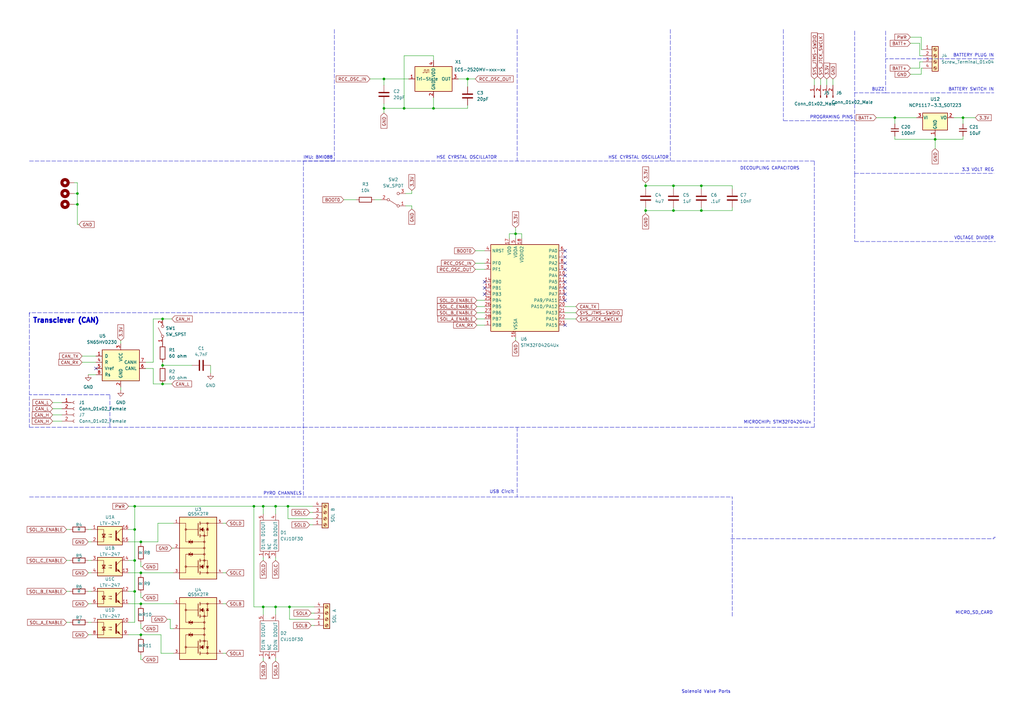
<source format=kicad_sch>
(kicad_sch (version 20211123) (generator eeschema)
  (paper "A3")
  (lib_symbols
    (symbol "CVJ10F30:CVJ10F30"
      (property "Reference" "D" (at 8.89 11.43 0))
      (property "Value" "CVJ10F30" (at 12.7 8.89 0))
      (symbol "CVJ10F30_1_1"
        (pin input line (at 1.27 -2.54 90) (length 2.54) (name "D1IN") (number "1"))
        (pin no_connect line (at 3.81 -2.54 90) (length 2.54) (name "NC") (number "2"))
        (pin input line (at 6.35 -2.54 90) (length 2.54) (name "D2IN") (number "3"))
        (pin output line (at 6.35 15.24 270) (length 2.54) (name "D2OUT") (number "4"))
        (pin output line (at 1.27 15.24 270) (length 2.54) (name "D1OUT") (number "5"))
      )
    )
    (symbol "Connector:Conn_01x02_Female" (pin_names (offset 1.016) hide)
      (property "Reference" "J" (at 0 2.54 0))
      (property "Value" "Conn_01x02_Female" (at 0 -5.08 0))
      (symbol "Conn_01x02_Female_1_1"
        (pin passive line (at -5.08 0 0) (length 3.81) (name "Pin_1") (number "1"))
        (pin passive line (at -5.08 -2.54 0) (length 3.81) (name "Pin_2") (number "2"))
      )
    )
    (symbol "Connector:Conn_01x02_Male" (pin_names (offset 1.016) hide)
      (property "Reference" "J" (at 0 2.54 0))
      (property "Value" "Conn_01x02_Male" (at 0 -5.08 0))
      (symbol "Conn_01x02_Male_1_1"
        (pin passive line (at 5.08 0 180) (length 3.81) (name "Pin_1") (number "1"))
        (pin passive line (at 5.08 -2.54 180) (length 3.81) (name "Pin_2") (number "2"))
      )
    )
    (symbol "Connector:Screw_Terminal_01x04" (pin_names (offset 1.016) hide)
      (property "Reference" "J" (at 0 5.08 0))
      (property "Value" "Screw_Terminal_01x04" (at 0 -7.62 0))
      (symbol "Screw_Terminal_01x04_1_1"
        (pin passive line (at -5.08 2.54 0) (length 3.81) (name "Pin_1") (number "1"))
        (pin passive line (at -5.08 0 0) (length 3.81) (name "Pin_2") (number "2"))
        (pin passive line (at -5.08 -2.54 0) (length 3.81) (name "Pin_3") (number "3"))
        (pin passive line (at -5.08 -5.08 0) (length 3.81) (name "Pin_4") (number "4"))
      )
    )
    (symbol "Device:C" (pin_numbers hide) (pin_names (offset 0.254))
      (property "Reference" "C" (at 0.635 2.54 0))
      (property "Value" "C" (at 0.635 -2.54 0))
      (symbol "C_1_1"
        (pin passive line (at 0 3.81 270) (length 2.794) (name "~") (number "1"))
        (pin passive line (at 0 -3.81 90) (length 2.794) (name "~") (number "2"))
      )
    )
    (symbol "Device:C_Small" (pin_numbers hide) (pin_names (offset 0.254) hide)
      (property "Reference" "C" (at 0.254 1.778 0))
      (property "Value" "C_Small" (at 0.254 -2.032 0))
      (symbol "C_Small_1_1"
        (pin passive line (at 0 2.54 270) (length 2.032) (name "~") (number "1"))
        (pin passive line (at 0 -2.54 90) (length 2.032) (name "~") (number "2"))
      )
    )
    (symbol "Device:R" (pin_numbers hide) (pin_names (offset 0))
      (property "Reference" "R" (at 2.032 0 90))
      (property "Value" "R" (at 0 0 90))
      (symbol "R_1_1"
        (pin passive line (at 0 3.81 270) (length 1.27) (name "~") (number "1"))
        (pin passive line (at 0 -3.81 90) (length 1.27) (name "~") (number "2"))
      )
    )
    (symbol "Interface_CAN_LIN:SN65HVD230" (pin_names (offset 1.016))
      (property "Reference" "U" (at -2.54 10.16 0))
      (property "Value" "SN65HVD230" (at -2.54 7.62 0))
      (symbol "SN65HVD230_1_1"
        (pin input line (at -10.16 2.54 0) (length 2.54) (name "D") (number "1"))
        (pin power_in line (at 0 -10.16 90) (length 2.54) (name "GND") (number "2"))
        (pin power_in line (at 0 7.62 270) (length 2.54) (name "VCC") (number "3"))
        (pin output line (at -10.16 0 0) (length 2.54) (name "R") (number "4"))
        (pin output line (at -10.16 -2.54 0) (length 2.54) (name "Vref") (number "5"))
        (pin bidirectional line (at 10.16 -2.54 180) (length 2.54) (name "CANL") (number "6"))
        (pin bidirectional line (at 10.16 0 180) (length 2.54) (name "CANH") (number "7"))
        (pin input line (at -10.16 -5.08 0) (length 2.54) (name "Rs") (number "8"))
      )
    )
    (symbol "Isolator:LTV-247"
      (property "Reference" "U" (at -5.08 5.08 0))
      (property "Value" "LTV-247" (at 0 5.08 0))
      (symbol "LTV-247_1_1"
        (pin passive line (at -7.62 2.54 0) (length 2.54) (name "~") (number "1"))
        (pin passive line (at 7.62 -2.54 180) (length 2.54) (name "~") (number "15"))
        (pin passive line (at 7.62 2.54 180) (length 2.54) (name "~") (number "16"))
        (pin passive line (at -7.62 -2.54 0) (length 2.54) (name "~") (number "2"))
      )
      (symbol "LTV-247_2_1"
        (pin passive line (at 7.62 -2.54 180) (length 2.54) (name "~") (number "13"))
        (pin passive line (at 7.62 2.54 180) (length 2.54) (name "~") (number "14"))
        (pin passive line (at -7.62 2.54 0) (length 2.54) (name "~") (number "3"))
        (pin passive line (at -7.62 -2.54 0) (length 2.54) (name "~") (number "4"))
      )
      (symbol "LTV-247_3_1"
        (pin passive line (at 7.62 -2.54 180) (length 2.54) (name "~") (number "11"))
        (pin passive line (at 7.62 2.54 180) (length 2.54) (name "~") (number "12"))
        (pin passive line (at -7.62 2.54 0) (length 2.54) (name "~") (number "5"))
        (pin passive line (at -7.62 -2.54 0) (length 2.54) (name "~") (number "6"))
      )
      (symbol "LTV-247_4_1"
        (pin passive line (at 7.62 2.54 180) (length 2.54) (name "~") (number "10"))
        (pin passive line (at -7.62 2.54 0) (length 2.54) (name "~") (number "7"))
        (pin passive line (at -7.62 -2.54 0) (length 2.54) (name "~") (number "8"))
        (pin passive line (at 7.62 -2.54 180) (length 2.54) (name "~") (number "9"))
      )
    )
    (symbol "MCU_ST_STM32F0:STM32F042G4Ux"
      (property "Reference" "U" (at -15.24 19.05 0))
      (property "Value" "STM32F042G4Ux" (at 0 19.05 0))
      (symbol "STM32F042G4Ux_1_1"
        (pin bidirectional line (at -17.78 -15.24 0) (length 2.54) (name "PB8") (number "1"))
        (pin bidirectional line (at 15.24 5.08 180) (length 2.54) (name "PA4") (number "10"))
        (pin bidirectional line (at 15.24 2.54 180) (length 2.54) (name "PA5") (number "11"))
        (pin bidirectional line (at 15.24 0 180) (length 2.54) (name "PA6") (number "12"))
        (pin bidirectional line (at 15.24 -2.54 180) (length 2.54) (name "PA7") (number "13"))
        (pin bidirectional line (at -17.78 2.54 0) (length 2.54) (name "PB0") (number "14"))
        (pin bidirectional line (at -17.78 0 0) (length 2.54) (name "PB1") (number "15"))
        (pin power_in line (at -5.08 -20.32 90) (length 2.54) (name "VSSA") (number "16"))
        (pin power_in line (at -7.62 20.32 270) (length 2.54) (name "VDD") (number "17"))
        (pin power_in line (at -2.54 20.32 270) (length 2.54) (name "VDDIO2") (number "18"))
        (pin bidirectional line (at 15.24 -5.08 180) (length 2.54) (name "PA9/PA11") (number "19"))
        (pin input line (at -17.78 10.16 0) (length 2.54) (name "PF0") (number "2"))
        (pin bidirectional line (at 15.24 -7.62 180) (length 2.54) (name "PA10/PA12") (number "20"))
        (pin bidirectional line (at 15.24 -10.16 180) (length 2.54) (name "PA13") (number "21"))
        (pin bidirectional line (at 15.24 -12.7 180) (length 2.54) (name "PA14") (number "22"))
        (pin bidirectional line (at 15.24 -15.24 180) (length 2.54) (name "PA15") (number "23"))
        (pin bidirectional line (at -17.78 -2.54 0) (length 2.54) (name "PB3") (number "24"))
        (pin bidirectional line (at -17.78 -5.08 0) (length 2.54) (name "PB4") (number "25"))
        (pin bidirectional line (at -17.78 -7.62 0) (length 2.54) (name "PB5") (number "26"))
        (pin bidirectional line (at -17.78 -10.16 0) (length 2.54) (name "PB6") (number "27"))
        (pin bidirectional line (at -17.78 -12.7 0) (length 2.54) (name "PB7") (number "28"))
        (pin input line (at -17.78 7.62 0) (length 2.54) (name "PF1") (number "3"))
        (pin input line (at -17.78 15.24 0) (length 2.54) (name "NRST") (number "4"))
        (pin power_in line (at -5.08 20.32 270) (length 2.54) (name "VDDA") (number "5"))
        (pin bidirectional line (at 15.24 15.24 180) (length 2.54) (name "PA0") (number "6"))
        (pin bidirectional line (at 15.24 12.7 180) (length 2.54) (name "PA1") (number "7"))
        (pin bidirectional line (at 15.24 10.16 180) (length 2.54) (name "PA2") (number "8"))
        (pin bidirectional line (at 15.24 7.62 180) (length 2.54) (name "PA3") (number "9"))
      )
    )
    (symbol "Mechanical:MountingHole_Pad" (pin_numbers hide) (pin_names (offset 1.016) hide)
      (property "Reference" "H" (at 0 6.35 0))
      (property "Value" "MountingHole_Pad" (at 0 4.445 0))
      (symbol "MountingHole_Pad_1_1"
        (pin input line (at 0 -2.54 90) (length 2.54) (name "1") (number "1"))
      )
    )
    (symbol "Oscillator:ECS-2520MV-xxx-xx"
      (property "Reference" "X" (at -5.08 6.35 0))
      (property "Value" "ECS-2520MV-xxx-xx" (at 1.27 -6.35 0))
      (symbol "ECS-2520MV-xxx-xx_1_1"
        (pin input line (at -10.16 0 0) (length 2.54) (name "Tri-State") (number "1"))
        (pin power_in line (at 0 -7.62 90) (length 2.54) (name "GND") (number "2"))
        (pin output line (at 10.16 0 180) (length 2.54) (name "OUT") (number "3"))
        (pin power_in line (at 0 7.62 270) (length 2.54) (name "VDD") (number "4"))
      )
    )
    (symbol "QS5K2TR:QS5K2TR" (pin_names (offset 1.016))
      (property "Reference" "U" (at -7.6352 13.7433 0))
      (property "Value" "QS5K2TR" (at -7.6299 -15.2598 0))
      (symbol "QS5K2TR_0_0"
        (pin passive line (at -10.16 10.16 0) (length 2.54) (name "~") (number "1"))
        (pin passive line (at -10.16 0 0) (length 2.54) (name "~") (number "2"))
        (pin passive line (at -10.16 -10.16 0) (length 2.54) (name "~") (number "3"))
        (pin passive line (at 10.16 -10.16 180) (length 2.54) (name "~") (number "4"))
        (pin passive line (at 10.16 10.16 180) (length 2.54) (name "~") (number "5"))
      )
    )
    (symbol "Regulator_Linear:NCP1117-3.3_SOT223" (pin_names (offset 0.254))
      (property "Reference" "U" (at -3.81 3.175 0))
      (property "Value" "NCP1117-3.3_SOT223" (at 0 3.175 0))
      (symbol "NCP1117-3.3_SOT223_1_1"
        (pin power_in line (at 0 -7.62 90) (length 2.54) (name "GND") (number "1"))
        (pin power_out line (at 7.62 0 180) (length 2.54) (name "VO") (number "2"))
        (pin power_in line (at -7.62 0 0) (length 2.54) (name "VI") (number "3"))
      )
    )
    (symbol "Switch:SW_SPDT" (pin_names (offset 0) hide)
      (property "Reference" "SW" (at 0 4.318 0))
      (property "Value" "SW_SPDT" (at 0 -5.08 0))
      (symbol "SW_SPDT_1_1"
        (pin passive line (at 5.08 2.54 180) (length 2.54) (name "A") (number "1"))
        (pin passive line (at -5.08 0 0) (length 2.54) (name "B") (number "2"))
        (pin passive line (at 5.08 -2.54 180) (length 2.54) (name "C") (number "3"))
      )
    )
    (symbol "Switch:SW_SPST" (pin_names (offset 0) hide)
      (property "Reference" "SW" (at 0 3.175 0))
      (property "Value" "SW_SPST" (at 0 -2.54 0))
      (symbol "SW_SPST_1_1"
        (pin passive line (at -5.08 0 0) (length 2.54) (name "A") (number "1"))
        (pin passive line (at 5.08 0 180) (length 2.54) (name "B") (number "2"))
      )
    )
    (symbol "power:GND" (power) (pin_names (offset 0))
      (property "Value" "GND" (at 0 -3.81 0))
      (symbol "GND_1_1"
        (pin power_in line (at 0 0 270) (length 0) hide (name "GND") (number "1"))
      )
    )
  )
  (junction (at 394.97 48.26))
  (junction (at 191.77 32.385))
  (junction (at 31.75 83.82))
  (junction (at 104.14 207.645))
  (junction (at 55.245 217.17))
  (junction (at 107.95 207.645))
  (junction (at 66.675 157.48))
  (junction (at 55.245 242.57))
  (junction (at 157.48 32.385))
  (junction (at 118.745 248.92))
  (junction (at 57.785 222.25))
  (junction (at 57.785 247.65))
  (junction (at 276.225 76.2))
  (junction (at 57.785 260.35))
  (junction (at 287.655 76.2))
  (junction (at 165.735 44.45))
  (junction (at 66.675 149.86))
  (junction (at 177.8 44.45))
  (junction (at 276.225 86.36))
  (junction (at 287.655 86.36))
  (junction (at 107.95 248.92))
  (junction (at 57.785 234.95))
  (junction (at 55.245 229.87))
  (junction (at 113.03 248.92))
  (junction (at 383.54 57.15))
  (junction (at 264.795 86.36))
  (junction (at 31.75 79.375))
  (junction (at 367.03 48.26))
  (junction (at 55.245 207.645))
  (junction (at 118.11 207.645))
  (junction (at 66.675 130.81))
  (junction (at 157.48 44.45))
  (junction (at 211.455 95.885))
  (junction (at 264.795 76.2))
  (junction (at 113.03 207.645))
  (no_connect (at 231.775 120.65))
  (no_connect (at 198.755 115.57))
  (no_connect (at 231.775 118.11))
  (no_connect (at 231.775 113.03))
  (no_connect (at 231.775 115.57))
  (no_connect (at 198.755 118.11))
  (no_connect (at 231.775 123.19))
  (no_connect (at 231.775 133.35))
  (no_connect (at 231.775 102.87))
  (no_connect (at 231.775 110.49))
  (no_connect (at 198.755 120.65))
  (no_connect (at 39.37 151.13))
  (no_connect (at 231.775 105.41))
  (no_connect (at 231.775 107.95))
  (wire (pts (xy 62.865 130.81) (xy 62.865 148.59)))
  (wire (pts (xy 36.195 247.65) (xy 37.465 247.65)))
  (wire (pts (xy 31.75 83.82) (xy 31.75 92.075)))
  (wire (pts (xy 287.655 76.2) (xy 287.655 77.47)))
  (wire (pts (xy 113.03 229.87) (xy 113.03 228.6)))
  (wire (pts (xy 208.915 95.885) (xy 208.915 97.79)))
  (wire (pts (xy 52.705 247.65) (xy 57.785 247.65)))
  (wire (pts (xy 276.225 76.2) (xy 276.225 77.47)))
  (wire (pts (xy 33.655 146.05) (xy 39.37 146.05)))
  (wire (pts (xy 118.11 212.725) (xy 118.11 207.645)))
  (wire (pts (xy 359.41 48.26) (xy 367.03 48.26)))
  (wire (pts (xy 377.825 27.94) (xy 378.46 27.94)))
  (wire (pts (xy 36.195 234.95) (xy 37.465 234.95)))
  (polyline (pts (xy 124.46 175.26) (xy 334.01 175.26)))
  (wire (pts (xy 336.55 32.385) (xy 336.55 34.925)))
  (wire (pts (xy 107.95 229.87) (xy 107.95 228.6)))
  (wire (pts (xy 157.48 44.45) (xy 165.735 44.45)))
  (wire (pts (xy 118.11 207.645) (xy 128.27 207.645)))
  (wire (pts (xy 52.705 260.35) (xy 57.785 260.35)))
  (wire (pts (xy 231.775 125.73) (xy 236.22 125.73)))
  (polyline (pts (xy 212.09 175.26) (xy 212.09 203.835)))
  (wire (pts (xy 31.75 79.375) (xy 31.75 83.82)))
  (polyline (pts (xy 407.67 24.13) (xy 363.22 24.13)))
  (wire (pts (xy 194.945 107.95) (xy 198.755 107.95)))
  (wire (pts (xy 57.785 268.605) (xy 57.785 270.51)))
  (wire (pts (xy 55.245 229.87) (xy 55.245 217.17)))
  (wire (pts (xy 107.95 207.645) (xy 113.03 207.645)))
  (wire (pts (xy 231.775 130.81) (xy 236.22 130.81)))
  (wire (pts (xy 367.03 57.15) (xy 383.54 57.15)))
  (wire (pts (xy 57.785 257.81) (xy 58.42 257.81)))
  (polyline (pts (xy 12.065 128.27) (xy 12.065 175.26)))
  (wire (pts (xy 21.59 172.72) (xy 25.4 172.72)))
  (wire (pts (xy 107.95 248.92) (xy 113.03 248.92)))
  (wire (pts (xy 27.305 255.27) (xy 28.575 255.27)))
  (wire (pts (xy 36.195 153.67) (xy 39.37 153.67)))
  (wire (pts (xy 30.48 74.93) (xy 31.75 74.93)))
  (wire (pts (xy 373.38 15.24) (xy 377.825 15.24)))
  (polyline (pts (xy 12.065 203.835) (xy 300.355 203.835)))
  (wire (pts (xy 59.69 148.59) (xy 62.865 148.59)))
  (wire (pts (xy 104.14 248.92) (xy 107.95 248.92)))
  (wire (pts (xy 300.355 85.09) (xy 300.355 86.36)))
  (wire (pts (xy 62.865 151.13) (xy 62.865 157.48)))
  (wire (pts (xy 107.95 210.82) (xy 107.95 207.645)))
  (wire (pts (xy 57.785 247.65) (xy 71.12 247.65)))
  (polyline (pts (xy 12.065 175.26) (xy 124.46 175.26)))
  (wire (pts (xy 373.38 27.94) (xy 377.19 27.94)))
  (wire (pts (xy 36.195 217.17) (xy 37.465 217.17)))
  (polyline (pts (xy 299.72 220.98) (xy 407.67 220.98)))
  (wire (pts (xy 373.38 30.48) (xy 377.825 30.48)))
  (wire (pts (xy 30.48 83.82) (xy 31.75 83.82)))
  (wire (pts (xy 191.77 43.18) (xy 191.77 44.45)))
  (wire (pts (xy 165.735 22.86) (xy 165.735 44.45)))
  (wire (pts (xy 168.91 84.455) (xy 168.91 85.725)))
  (wire (pts (xy 118.745 254) (xy 128.905 254)))
  (polyline (pts (xy 124.46 66.04) (xy 124.46 175.26)))
  (wire (pts (xy 86.36 153.035) (xy 86.36 149.86)))
  (wire (pts (xy 55.245 207.645) (xy 55.245 217.17)))
  (polyline (pts (xy 350.52 38.1) (xy 350.52 71.12)))
  (wire (pts (xy 195.58 123.19) (xy 198.755 123.19)))
  (wire (pts (xy 55.245 207.645) (xy 104.14 207.645)))
  (wire (pts (xy 377.19 17.78) (xy 377.19 22.86)))
  (polyline (pts (xy 321.31 12.065) (xy 321.31 49.53)))
  (polyline (pts (xy 363.22 38.1) (xy 407.67 38.1)))
  (wire (pts (xy 66.675 130.81) (xy 70.485 130.81)))
  (wire (pts (xy 55.245 242.57) (xy 55.245 229.87)))
  (wire (pts (xy 52.705 255.27) (xy 55.245 255.27)))
  (polyline (pts (xy 350.52 99.06) (xy 408.305 99.06)))
  (wire (pts (xy 213.995 97.79) (xy 213.995 95.885)))
  (wire (pts (xy 57.785 247.65) (xy 57.785 248.285)))
  (wire (pts (xy 151.765 32.385) (xy 157.48 32.385)))
  (wire (pts (xy 49.53 139.7) (xy 49.53 140.97)))
  (wire (pts (xy 287.655 85.09) (xy 287.655 86.36)))
  (wire (pts (xy 195.58 133.35) (xy 198.755 133.35)))
  (wire (pts (xy 57.785 234.95) (xy 57.785 235.585)))
  (wire (pts (xy 377.19 25.4) (xy 378.46 25.4)))
  (wire (pts (xy 211.455 93.345) (xy 211.455 95.885)))
  (polyline (pts (xy 350.52 71.12) (xy 407.67 71.12)))
  (wire (pts (xy 231.775 128.27) (xy 236.22 128.27)))
  (wire (pts (xy 57.785 230.505) (xy 57.785 232.41)))
  (wire (pts (xy 52.705 229.87) (xy 55.245 229.87)))
  (wire (pts (xy 177.8 24.765) (xy 177.8 22.86)))
  (wire (pts (xy 69.85 254) (xy 69.85 257.81)))
  (wire (pts (xy 113.03 210.82) (xy 113.03 207.645)))
  (wire (pts (xy 157.48 34.925) (xy 157.48 32.385)))
  (wire (pts (xy 66.04 267.97) (xy 66.04 260.35)))
  (wire (pts (xy 195.58 125.73) (xy 198.755 125.73)))
  (wire (pts (xy 394.97 48.26) (xy 394.97 50.8)))
  (wire (pts (xy 113.03 252.095) (xy 113.03 248.92)))
  (wire (pts (xy 104.14 207.645) (xy 104.14 248.92)))
  (wire (pts (xy 27.305 229.87) (xy 28.575 229.87)))
  (polyline (pts (xy 363.22 38.1) (xy 350.52 38.1)))
  (wire (pts (xy 177.8 44.45) (xy 177.8 40.005)))
  (wire (pts (xy 27.305 242.57) (xy 28.575 242.57)))
  (wire (pts (xy 367.03 48.26) (xy 367.03 50.8)))
  (wire (pts (xy 59.69 151.13) (xy 62.865 151.13)))
  (wire (pts (xy 264.795 86.36) (xy 276.225 86.36)))
  (wire (pts (xy 211.455 139.7) (xy 211.455 138.43)))
  (wire (pts (xy 194.945 102.87) (xy 198.755 102.87)))
  (wire (pts (xy 107.95 271.145) (xy 107.95 269.875)))
  (wire (pts (xy 52.705 207.645) (xy 55.245 207.645)))
  (polyline (pts (xy 12.065 66.04) (xy 137.16 66.04)))
  (wire (pts (xy 107.95 248.92) (xy 107.95 252.095)))
  (wire (pts (xy 394.97 48.26) (xy 400.05 48.26)))
  (wire (pts (xy 113.03 207.645) (xy 118.11 207.645)))
  (wire (pts (xy 118.745 254) (xy 118.745 248.92)))
  (wire (pts (xy 66.675 148.59) (xy 66.675 149.86)))
  (wire (pts (xy 377.19 22.86) (xy 378.46 22.86)))
  (wire (pts (xy 334.01 32.385) (xy 334.01 34.925)))
  (wire (pts (xy 339.09 32.385) (xy 339.09 34.925)))
  (wire (pts (xy 62.865 130.81) (xy 66.675 130.81)))
  (polyline (pts (xy 274.955 12.065) (xy 274.955 66.04)))
  (wire (pts (xy 57.785 245.11) (xy 58.42 245.11)))
  (wire (pts (xy 52.705 222.25) (xy 57.785 222.25)))
  (wire (pts (xy 21.59 165.1) (xy 25.4 165.1)))
  (wire (pts (xy 31.75 92.075) (xy 32.385 92.075)))
  (polyline (pts (xy 334.01 66.04) (xy 124.46 66.04)))
  (wire (pts (xy 394.97 55.88) (xy 394.97 57.15)))
  (polyline (pts (xy 350.52 71.12) (xy 350.52 99.06)))
  (wire (pts (xy 264.795 87.63) (xy 264.795 86.36)))
  (wire (pts (xy 92.71 267.97) (xy 91.44 267.97)))
  (wire (pts (xy 113.03 248.92) (xy 118.745 248.92)))
  (wire (pts (xy 71.12 214.63) (xy 64.77 214.63)))
  (wire (pts (xy 194.945 110.49) (xy 198.755 110.49)))
  (wire (pts (xy 367.03 48.26) (xy 375.92 48.26)))
  (wire (pts (xy 66.04 260.35) (xy 57.785 260.35)))
  (wire (pts (xy 52.705 234.95) (xy 57.785 234.95)))
  (polyline (pts (xy 407.67 220.98) (xy 407.67 220.345)))
  (wire (pts (xy 127.635 256.54) (xy 128.905 256.54)))
  (wire (pts (xy 168.91 79.375) (xy 166.37 79.375)))
  (wire (pts (xy 287.655 76.2) (xy 300.355 76.2)))
  (wire (pts (xy 383.54 57.15) (xy 394.97 57.15)))
  (wire (pts (xy 377.825 30.48) (xy 377.825 27.94)))
  (wire (pts (xy 33.655 148.59) (xy 39.37 148.59)))
  (wire (pts (xy 57.785 243.205) (xy 57.785 245.11)))
  (polyline (pts (xy 124.46 203.2) (xy 124.46 175.26)))
  (wire (pts (xy 91.44 234.95) (xy 92.71 234.95)))
  (wire (pts (xy 36.195 255.27) (xy 37.465 255.27)))
  (wire (pts (xy 276.225 76.2) (xy 287.655 76.2)))
  (wire (pts (xy 55.245 217.17) (xy 52.705 217.17)))
  (wire (pts (xy 168.91 78.105) (xy 168.91 79.375)))
  (wire (pts (xy 92.71 214.63) (xy 91.44 214.63)))
  (wire (pts (xy 287.655 86.36) (xy 300.355 86.36)))
  (wire (pts (xy 383.54 57.15) (xy 383.54 60.96)))
  (wire (pts (xy 276.225 86.36) (xy 287.655 86.36)))
  (wire (pts (xy 191.77 44.45) (xy 177.8 44.45)))
  (polyline (pts (xy 12.065 128.27) (xy 12.065 128.905)))
  (polyline (pts (xy 350.52 49.53) (xy 321.31 49.53)))
  (polyline (pts (xy 350.52 66.04) (xy 350.52 65.405)))
  (wire (pts (xy 36.195 242.57) (xy 37.465 242.57)))
  (wire (pts (xy 157.48 32.385) (xy 167.64 32.385)))
  (wire (pts (xy 191.77 32.385) (xy 191.77 35.56)))
  (wire (pts (xy 52.705 242.57) (xy 55.245 242.57)))
  (wire (pts (xy 391.16 48.26) (xy 394.97 48.26)))
  (wire (pts (xy 68.58 254) (xy 69.85 254)))
  (wire (pts (xy 118.11 212.725) (xy 128.27 212.725)))
  (wire (pts (xy 264.795 74.93) (xy 264.795 76.2)))
  (wire (pts (xy 66.675 157.48) (xy 70.485 157.48)))
  (wire (pts (xy 276.225 85.09) (xy 276.225 86.36)))
  (wire (pts (xy 91.44 247.65) (xy 92.71 247.65)))
  (wire (pts (xy 300.355 76.2) (xy 300.355 77.47)))
  (wire (pts (xy 71.12 267.97) (xy 66.04 267.97)))
  (polyline (pts (xy 407.67 220.345) (xy 408.305 220.345)))
  (wire (pts (xy 78.74 149.86) (xy 66.675 149.86)))
  (wire (pts (xy 211.455 95.885) (xy 208.915 95.885)))
  (wire (pts (xy 195.58 130.81) (xy 198.755 130.81)))
  (wire (pts (xy 194.945 32.385) (xy 191.77 32.385)))
  (wire (pts (xy 27.305 217.17) (xy 28.575 217.17)))
  (wire (pts (xy 104.14 207.645) (xy 107.95 207.645)))
  (polyline (pts (xy 45.085 175.26) (xy 45.085 161.925)))
  (wire (pts (xy 36.195 229.87) (xy 37.465 229.87)))
  (wire (pts (xy 187.96 32.385) (xy 191.77 32.385)))
  (wire (pts (xy 21.59 167.64) (xy 25.4 167.64)))
  (polyline (pts (xy 334.01 175.26) (xy 334.01 66.04)))
  (wire (pts (xy 377.19 27.94) (xy 377.19 25.4)))
  (polyline (pts (xy 350.52 12.7) (xy 350.52 38.1)))
  (wire (pts (xy 213.995 95.885) (xy 211.455 95.885)))
  (wire (pts (xy 31.75 74.93) (xy 31.75 79.375)))
  (wire (pts (xy 21.59 170.18) (xy 25.4 170.18)))
  (wire (pts (xy 373.38 17.78) (xy 377.19 17.78)))
  (wire (pts (xy 36.195 222.25) (xy 37.465 222.25)))
  (wire (pts (xy 211.455 97.79) (xy 211.455 95.885)))
  (wire (pts (xy 195.58 128.27) (xy 198.755 128.27)))
  (wire (pts (xy 377.825 20.32) (xy 378.46 20.32)))
  (wire (pts (xy 69.85 257.81) (xy 71.12 257.81)))
  (wire (pts (xy 118.745 248.92) (xy 128.905 248.92)))
  (wire (pts (xy 49.53 160.02) (xy 49.53 158.75)))
  (wire (pts (xy 177.8 22.86) (xy 165.735 22.86)))
  (wire (pts (xy 153.67 81.915) (xy 156.21 81.915)))
  (wire (pts (xy 264.795 85.09) (xy 264.795 86.36)))
  (wire (pts (xy 165.735 44.45) (xy 177.8 44.45)))
  (wire (pts (xy 377.825 15.24) (xy 377.825 20.32)))
  (wire (pts (xy 157.48 46.355) (xy 157.48 44.45)))
  (wire (pts (xy 113.03 271.145) (xy 113.03 269.875)))
  (wire (pts (xy 57.785 222.25) (xy 57.785 222.885)))
  (wire (pts (xy 57.785 232.41) (xy 58.42 232.41)))
  (polyline (pts (xy 363.22 12.7) (xy 363.22 38.1)))
  (wire (pts (xy 57.785 270.51) (xy 58.42 270.51)))
  (wire (pts (xy 383.54 55.88) (xy 383.54 57.15)))
  (wire (pts (xy 264.795 76.2) (xy 276.225 76.2)))
  (polyline (pts (xy 45.085 161.925) (xy 12.065 161.925)))
  (wire (pts (xy 140.97 81.915) (xy 146.05 81.915)))
  (wire (pts (xy 264.795 77.47) (xy 264.795 76.2)))
  (wire (pts (xy 36.195 260.35) (xy 37.465 260.35)))
  (wire (pts (xy 157.48 42.545) (xy 157.48 44.45)))
  (wire (pts (xy 166.37 84.455) (xy 168.91 84.455)))
  (wire (pts (xy 127 210.185) (xy 128.27 210.185)))
  (wire (pts (xy 127.635 251.46) (xy 128.905 251.46)))
  (polyline (pts (xy 212.09 12.065) (xy 212.09 66.04)))
  (polyline (pts (xy 137.16 12.065) (xy 137.16 66.04)))
  (polyline (pts (xy 300.355 252.73) (xy 300.355 203.835)))
  (wire (pts (xy 57.785 260.35) (xy 57.785 260.985)))
  (wire (pts (xy 57.785 255.905) (xy 57.785 257.81)))
  (wire (pts (xy 57.785 222.25) (xy 64.77 222.25)))
  (wire (pts (xy 55.245 242.57) (xy 55.245 255.27)))
  (wire (pts (xy 71.12 234.95) (xy 57.785 234.95)))
  (wire (pts (xy 127 215.265) (xy 128.27 215.265)))
  (wire (pts (xy 30.48 79.375) (xy 31.75 79.375)))
  (polyline (pts (xy 124.46 128.27) (xy 12.065 128.27)))
  (wire (pts (xy 64.77 214.63) (xy 64.77 222.25)))
  (wire (pts (xy 70.485 224.79) (xy 71.12 224.79)))
  (wire (pts (xy 367.03 55.88) (xy 367.03 57.15)))
  (wire (pts (xy 341.63 32.385) (xy 341.63 34.925)))
  (wire (pts (xy 62.865 157.48) (xy 66.675 157.48)))
  (text "DECOUPLING CAPACITORS " (at 303.53 69.85 0) (effects (font (size 1.27 1.27)) (justify left bottom)))
  (text "Transciever (CAN)\n" (at 13.335 132.715 0) (effects (font (size 2 2) (thickness 0.6) bold) (justify left bottom)))
  (text "IMU: BMI088" (at 136.525 65.405 180) (effects (font (size 1.27 1.27)) (justify right bottom)))
  (text "3.3 VOLT REG" (at 407.67 70.485 180) (effects (font (size 1.27 1.27)) (justify right bottom)))
  (text "HSE CYRSTAL OSCILLATOR" (at 203.835 65.405 180) (effects (font (size 1.27 1.27)) (justify right bottom)))
  (text "PROGRAMING PINS" (at 349.885 48.895 180) (effects (font (size 1.27 1.27)) (justify right bottom)))
  (text "HSE CYRSTAL OSCILLATOR" (at 274.32 65.405 180) (effects (font (size 1.27 1.27)) (justify right bottom)))
  (text "MICRO_SD_CARD" (at 391.795 252.095 0) (effects (font (size 1.27 1.27)) (justify left bottom)))
  (text "MICROCHIP: STM32F042G4Ux" (at 332.74 173.99 180) (effects (font (size 1.27 1.27)) (justify right bottom)))
  (text "VOLTAGE DIVIDER" (at 407.67 98.425 180) (effects (font (size 1.27 1.27)) (justify right bottom)))
  (text "BATTERY PLUG IN" (at 407.67 23.495 180) (effects (font (size 1.27 1.27)) (justify right bottom)))
  (text "BUZZ" (at 357.505 37.465 0) (effects (font (size 1.27 1.27)) (justify left bottom)))
  (text "Solenoid Valve Ports" (at 299.72 284.48 180) (effects (font (size 1.27 1.27)) (justify right bottom)))
  (text "USB Circit" (at 210.82 202.565 180) (effects (font (size 1.27 1.27)) (justify right bottom)))
  (text "PYRO CHANNELS" (at 123.825 203.2 180) (effects (font (size 1.27 1.27)) (justify right bottom)))
  (text "BATTERY SWITCH IN" (at 407.67 37.465 180) (effects (font (size 1.27 1.27)) (justify right bottom)))
  (global_label "SOL_D_ENABLE" (shape input) (at 27.305 217.17 180) (property "Intersheet References" "${INTERSHEET_REFS}" (effects hide)))
  (global_label "CAN_RX" (shape input) (at 195.58 133.35 180) (property "Intersheet References" "${INTERSHEET_REFS}" (effects hide)))
  (global_label "GND" (shape input) (at 264.795 87.63 270) (property "Intersheet References" "${INTERSHEET_REFS}" (effects hide)))
  (global_label "SOL_C_ENABLE" (shape input) (at 195.58 125.73 180) (property "Intersheet References" "${INTERSHEET_REFS}" (effects hide)))
  (global_label "SOLD" (shape input) (at 107.95 229.87 270) (property "Intersheet References" "${INTERSHEET_REFS}" (effects hide)))
  (global_label "SOL_C_ENABLE" (shape input) (at 27.305 229.87 180) (property "Intersheet References" "${INTERSHEET_REFS}" (effects hide)))
  (global_label "GND" (shape input) (at 32.385 92.075 0) (property "Intersheet References" "${INTERSHEET_REFS}" (effects hide)))
  (global_label "CAN_H" (shape input) (at 70.485 130.81 0) (property "Intersheet References" "${INTERSHEET_REFS}" (effects hide)))
  (global_label "GND" (shape input) (at 68.58 254 180) (property "Intersheet References" "${INTERSHEET_REFS}" (effects hide)))
  (global_label "SOL_B_ENABLE" (shape input) (at 195.58 128.27 180) (property "Intersheet References" "${INTERSHEET_REFS}" (effects hide)))
  (global_label "SOLC" (shape input) (at 92.71 234.95 0) (property "Intersheet References" "${INTERSHEET_REFS}" (effects hide)))
  (global_label "SOLA" (shape input) (at 113.03 271.145 270) (property "Intersheet References" "${INTERSHEET_REFS}" (effects hide)))
  (global_label "BOOT0" (shape input) (at 140.97 81.915 180) (property "Intersheet References" "${INTERSHEET_REFS}" (effects hide)))
  (global_label "SOLB" (shape input) (at 92.71 247.65 0) (property "Intersheet References" "${INTERSHEET_REFS}" (effects hide)))
  (global_label "RCC_OSC_IN" (shape input) (at 194.945 107.95 180) (property "Intersheet References" "${INTERSHEET_REFS}" (effects hide)))
  (global_label "CAN_TX" (shape input) (at 236.22 125.73 0) (property "Intersheet References" "${INTERSHEET_REFS}" (effects hide)))
  (global_label "SOLC" (shape input) (at 113.03 229.87 270) (property "Intersheet References" "${INTERSHEET_REFS}" (effects hide)))
  (global_label "GND" (shape input) (at 157.48 46.355 270) (property "Intersheet References" "${INTERSHEET_REFS}" (effects hide)))
  (global_label "GND" (shape input) (at 58.42 270.51 0) (property "Intersheet References" "${INTERSHEET_REFS}" (effects hide)))
  (global_label "SOL_A_ENABLE" (shape input) (at 195.58 130.81 180) (property "Intersheet References" "${INTERSHEET_REFS}" (effects hide)))
  (global_label "SYS_JTMS-SWDIO" (shape input) (at 236.22 128.27 0) (property "Intersheet References" "${INTERSHEET_REFS}" (effects hide)))
  (global_label "SOLC" (shape input) (at 127 210.185 180) (property "Intersheet References" "${INTERSHEET_REFS}" (effects hide)))
  (global_label "SYS_JTCK_SWCLK" (shape input) (at 236.22 130.81 0) (property "Intersheet References" "${INTERSHEET_REFS}" (effects hide)))
  (global_label "RCC_OSC_OUT" (shape input) (at 194.945 32.385 0) (property "Intersheet References" "${INTERSHEET_REFS}" (effects hide)))
  (global_label "GND" (shape input) (at 36.195 260.35 180) (property "Intersheet References" "${INTERSHEET_REFS}" (effects hide)))
  (global_label "GND" (shape input) (at 373.38 30.48 180) (property "Intersheet References" "${INTERSHEET_REFS}" (effects hide)))
  (global_label "CAN_H" (shape input) (at 21.59 170.18 180) (property "Intersheet References" "${INTERSHEET_REFS}" (effects hide)))
  (global_label "GND" (shape input) (at 168.91 85.725 270) (property "Intersheet References" "${INTERSHEET_REFS}" (effects hide)))
  (global_label "SYS_JTMS-SWDIO" (shape input) (at 334.01 32.385 90) (property "Intersheet References" "${INTERSHEET_REFS}" (effects hide)))
  (global_label "PWR" (shape input) (at 373.38 15.24 180) (property "Intersheet References" "${INTERSHEET_REFS}" (effects hide)))
  (global_label "SOLB" (shape input) (at 107.95 271.145 270) (property "Intersheet References" "${INTERSHEET_REFS}" (effects hide)))
  (global_label "CAN_L" (shape input) (at 21.59 165.1 180) (property "Intersheet References" "${INTERSHEET_REFS}" (effects hide)))
  (global_label "GND" (shape input) (at 211.455 139.7 270) (property "Intersheet References" "${INTERSHEET_REFS}" (effects hide)))
  (global_label "GND" (shape input) (at 36.195 234.95 180) (property "Intersheet References" "${INTERSHEET_REFS}" (effects hide)))
  (global_label "SOLD" (shape input) (at 127 215.265 180) (property "Intersheet References" "${INTERSHEET_REFS}" (effects hide)))
  (global_label "RCC_OSC_IN" (shape input) (at 151.765 32.385 180) (property "Intersheet References" "${INTERSHEET_REFS}" (effects hide)))
  (global_label "GND" (shape input) (at 58.42 257.81 0) (property "Intersheet References" "${INTERSHEET_REFS}" (effects hide)))
  (global_label "BOOT0" (shape input) (at 194.945 102.87 180) (property "Intersheet References" "${INTERSHEET_REFS}" (effects hide)))
  (global_label "SOL_A_ENABLE" (shape input) (at 27.305 255.27 180) (property "Intersheet References" "${INTERSHEET_REFS}" (effects hide)))
  (global_label "SOLA" (shape input) (at 92.71 267.97 0) (property "Intersheet References" "${INTERSHEET_REFS}" (effects hide)))
  (global_label "GND" (shape input) (at 70.485 224.79 180) (property "Intersheet References" "${INTERSHEET_REFS}" (effects hide)))
  (global_label "SOLA" (shape input) (at 127.635 251.46 180) (property "Intersheet References" "${INTERSHEET_REFS}" (effects hide)))
  (global_label "CAN_RX" (shape input) (at 33.655 148.59 180) (property "Intersheet References" "${INTERSHEET_REFS}" (effects hide)))
  (global_label "3.3V" (shape input) (at 400.05 48.26 0) (property "Intersheet References" "${INTERSHEET_REFS}" (effects hide)))
  (global_label "3.3V" (shape input) (at 49.53 139.7 90) (property "Intersheet References" "${INTERSHEET_REFS}" (effects hide)))
  (global_label "BATT+" (shape input) (at 373.38 27.94 180) (property "Intersheet References" "${INTERSHEET_REFS}" (effects hide)))
  (global_label "RCC_OSC_OUT" (shape input) (at 194.945 110.49 180) (property "Intersheet References" "${INTERSHEET_REFS}" (effects hide)))
  (global_label "GND" (shape input) (at 36.195 247.65 180) (property "Intersheet References" "${INTERSHEET_REFS}" (effects hide)))
  (global_label "SOL_D_ENABLE" (shape input) (at 195.58 123.19 180) (property "Intersheet References" "${INTERSHEET_REFS}" (effects hide)))
  (global_label "GND" (shape input) (at 58.42 245.11 0) (property "Intersheet References" "${INTERSHEET_REFS}" (effects hide)))
  (global_label "GND" (shape input) (at 58.42 232.41 0) (property "Intersheet References" "${INTERSHEET_REFS}" (effects hide)))
  (global_label "SOL_B_ENABLE" (shape input) (at 27.305 242.57 180) (property "Intersheet References" "${INTERSHEET_REFS}" (effects hide)))
  (global_label "CAN_L" (shape input) (at 21.59 167.64 180) (property "Intersheet References" "${INTERSHEET_REFS}" (effects hide)))
  (global_label "3.3V" (shape input) (at 264.795 74.93 90) (property "Intersheet References" "${INTERSHEET_REFS}" (effects hide)))
  (global_label "SYS_JTCK_SWCLK" (shape input) (at 336.55 32.385 90) (property "Intersheet References" "${INTERSHEET_REFS}" (effects hide)))
  (global_label "SOLB" (shape input) (at 127.635 256.54 180) (property "Intersheet References" "${INTERSHEET_REFS}" (effects hide)))
  (global_label "GND" (shape input) (at 36.195 222.25 180) (property "Intersheet References" "${INTERSHEET_REFS}" (effects hide)))
  (global_label "GND" (shape input) (at 341.63 32.385 90) (property "Intersheet References" "${INTERSHEET_REFS}" (effects hide)))
  (global_label "BATT+" (shape input) (at 373.38 17.78 180) (property "Intersheet References" "${INTERSHEET_REFS}" (effects hide)))
  (global_label "3.3V" (shape input) (at 211.455 93.345 90) (property "Intersheet References" "${INTERSHEET_REFS}" (effects hide)))
  (global_label "CAN_H" (shape input) (at 21.59 172.72 180) (property "Intersheet References" "${INTERSHEET_REFS}" (effects hide)))
  (global_label "CAN_L" (shape input) (at 70.485 157.48 0) (property "Intersheet References" "${INTERSHEET_REFS}" (effects hide)))
  (global_label "3.3V" (shape input) (at 168.91 78.105 90) (property "Intersheet References" "${INTERSHEET_REFS}" (effects hide)))
  (global_label "GND" (shape input) (at 383.54 60.96 270) (property "Intersheet References" "${INTERSHEET_REFS}" (effects hide)))
  (global_label "BATT+" (shape input) (at 359.41 48.26 180) (property "Intersheet References" "${INTERSHEET_REFS}" (effects hide)))
  (global_label "SOLD" (shape input) (at 92.71 214.63 0) (property "Intersheet References" "${INTERSHEET_REFS}" (effects hide)))
  (global_label "CAN_TX" (shape input) (at 33.655 146.05 180) (property "Intersheet References" "${INTERSHEET_REFS}" (effects hide)))
  (global_label "PWR" (shape input) (at 52.705 207.645 180) (property "Intersheet References" "${INTERSHEET_REFS}" (effects hide)))
  (global_label "3.3V" (shape input) (at 339.09 32.385 90) (property "Intersheet References" "${INTERSHEET_REFS}" (effects hide)))
  (symbol (lib_id "Connector:Screw_Terminal_01x04") (at 383.54 22.86 0) (unit 1)
    (property "Reference" "J4" (at 386.08 22.8599 0) (effects (justify left)))
    (property "Value" "Screw_Terminal_01x04" (at 386.08 25.3999 0) (effects (justify left)))
    (property "Footprint" "TerminalBlock_Phoenix:TerminalBlock_Phoenix_MPT-0,5-4-2.54_1x04_P2.54mm_Horizontal" (effects hide))
  )
  (symbol (lib_id "Isolator:LTV-247") (at 45.085 219.71 0) (unit 1)
    (property "Reference" "U1" (at 45.085 212.09 0))
    (property "Value" "LTV-247" (at 45.085 214.63 0))
    (property "Footprint" "Package_SO:SOP-16_4.4x10.4mm_P1.27mm" (effects hide))
    (property "Datasheet" "http://optoelectronics.liteon.com/upload/download/DS70-2009-0014/LTV-2X7%20sereis%20Mar17.PDF" (effects hide))
  )
  (symbol (lib_id "Isolator:LTV-247") (at 45.085 232.41 0) (unit 2)
    (property "Reference" "U1" (at 45.085 224.79 0))
    (property "Value" "LTV-247" (at 45.085 227.33 0))
    (property "Footprint" "Package_SO:SOP-16_4.4x10.4mm_P1.27mm" (effects hide))
    (property "Datasheet" "http://optoelectronics.liteon.com/upload/download/DS70-2009-0014/LTV-2X7%20sereis%20Mar17.PDF" (effects hide))
  )
  (symbol (lib_id "Device:R") (at 57.785 226.695 180) (unit 1)
    (property "Reference" "R8" (at 60.325 226.695 0))
    (property "Value" "R" (at 57.785 226.695 90))
    (property "Footprint" "Resistor_SMD:R_0603_1608Metric" (effects hide))
  )
  (symbol (lib_id "Connector:Screw_Terminal_01x04") (at 133.985 254 0) (mirror x) (unit 1)
    (property "Reference" "J2" (effects hide))
    (property "Value" "SOL A" (at 137.16 252.73 90))
    (property "Footprint" "TerminalBlock_Phoenix:TerminalBlock_Phoenix_MPT-0,5-4-2.54_1x04_P2.54mm_Horizontal" (effects hide))
  )
  (symbol (lib_id "Mechanical:MountingHole_Pad") (at 27.94 83.82 90) (unit 1)
    (property "Reference" "H3" (effects hide))
    (property "Value" "MountingHole_Pad" (effects hide))
    (property "Footprint" "MountingHole:MountingHole_2.2mm_M2_Pad_TopBottom" (effects hide))
  )
  (symbol (lib_id "Device:R") (at 66.675 144.78 0) (unit 1)
    (property "Reference" "R1" (at 69.215 143.5099 0) (effects (justify left)))
    (property "Value" "60 ohm" (at 69.215 146.0499 0) (effects (justify left)))
    (property "Footprint" "Resistor_SMD:R_0805_2012Metric" (effects hide))
  )
  (symbol (lib_id "Device:R") (at 57.785 239.395 180) (unit 1)
    (property "Reference" "R9" (at 60.325 239.395 0))
    (property "Value" "R" (at 57.785 239.395 90))
    (property "Footprint" "Resistor_SMD:R_0603_1608Metric" (effects hide))
  )
  (symbol (lib_id "Device:C") (at 276.225 81.28 0) (unit 1)
    (property "Reference" "C5" (at 280.035 80.0099 0) (effects (justify left)))
    (property "Value" "1uF" (at 280.035 82.5499 0) (effects (justify left)))
    (property "Footprint" "Capacitor_SMD:C_0402_1005Metric" (effects hide))
  )
  (symbol (lib_id "CVJ10F30:CVJ10F30") (at 106.68 226.06 0) (unit 1)
    (property "Reference" "D1" (at 114.935 218.4399 0) (effects (justify left)))
    (property "Value" "CVJ10F30" (at 114.935 220.9799 0) (effects (justify left)))
    (property "Footprint" "CVJ10F30:CVJ10F30" (effects hide))
  )
  (symbol (lib_id "Device:C_Small") (at 367.03 53.34 0) (unit 1)
    (property "Reference" "C20" (at 369.57 52.0762 0) (effects (justify left)))
    (property "Value" "100nF" (at 369.57 54.6162 0) (effects (justify left)))
    (property "Footprint" "Capacitor_SMD:C_0603_1608Metric" (effects hide))
  )
  (symbol (lib_id "Device:C") (at 287.655 81.28 0) (unit 1)
    (property "Reference" "C6" (at 291.465 80.0099 0) (effects (justify left)))
    (property "Value" ".1uF" (at 291.465 82.5499 0) (effects (justify left)))
    (property "Footprint" "Capacitor_SMD:C_0402_1005Metric" (effects hide))
  )
  (symbol (lib_id "Device:R") (at 32.385 255.27 270) (unit 1)
    (property "Reference" "R7" (at 32.385 253.365 90))
    (property "Value" "R" (at 32.385 255.27 90))
    (property "Footprint" "Resistor_SMD:R_0402_1005Metric" (effects hide))
  )
  (symbol (lib_id "Device:R") (at 32.385 242.57 270) (unit 1)
    (property "Reference" "R6" (at 32.385 240.665 90))
    (property "Value" "R" (at 32.385 242.57 90))
    (property "Footprint" "Resistor_SMD:R_0402_1005Metric" (effects hide))
  )
  (symbol (lib_id "Regulator_Linear:NCP1117-3.3_SOT223") (at 383.54 48.26 0) (unit 1)
    (property "Reference" "U12" (at 383.54 40.64 0))
    (property "Value" "NCP1117-3.3_SOT223" (at 383.54 43.18 0))
    (property "Footprint" "Package_TO_SOT_SMD:SOT-223-3_TabPin2" (effects hide))
    (property "Datasheet" "http://www.onsemi.com/pub_link/Collateral/NCP1117-D.PDF" (effects hide))
  )
  (symbol (lib_id "QS5K2TR:QS5K2TR") (at 81.28 224.79 0) (unit 1)
    (property "Reference" "U3" (at 81.28 208.915 0))
    (property "Value" "QS5K2TR" (at 81.28 210.82 0))
    (property "Footprint" "QS5K2TR:SOT95P280X100-5N" (effects hide))
    (property "PARTREV" "A" (effects hide))
    (property "STANDARD" "IPC 7351B" (effects hide))
    (property "MANUFACTURER" "ROHM" (effects hide))
  )
  (symbol (lib_id "Isolator:LTV-247") (at 45.085 257.81 0) (unit 4)
    (property "Reference" "U1" (at 45.085 250.19 0))
    (property "Value" "LTV-247" (at 45.085 252.73 0))
    (property "Footprint" "Package_SO:SOP-16_4.4x10.4mm_P1.27mm" (effects hide))
    (property "Datasheet" "http://optoelectronics.liteon.com/upload/download/DS70-2009-0014/LTV-2X7%20sereis%20Mar17.PDF" (effects hide))
  )
  (symbol (lib_id "Device:C") (at 82.55 149.86 90) (unit 1)
    (property "Reference" "C1" (at 82.55 142.875 90))
    (property "Value" "4.7nF" (at 82.55 145.415 90))
    (property "Footprint" "Capacitor_SMD:C_0402_1005Metric" (effects hide))
  )
  (symbol (lib_id "Connector:Conn_01x02_Male") (at 334.01 40.005 90) (unit 1)
    (property "Reference" "J5" (at 337.82 38.0999 90) (effects (justify right)))
    (property "Value" "Conn_01x02_Male" (at 325.755 42.545 90) (effects (justify right)))
    (property "Footprint" "Connector_PinHeader_1.00mm:PinHeader_1x02_P1.00mm_Vertical" (effects hide))
  )
  (symbol (lib_id "Device:R") (at 32.385 217.17 270) (unit 1)
    (property "Reference" "R4" (at 32.385 215.265 90))
    (property "Value" "R" (at 32.385 217.17 90))
    (property "Footprint" "Resistor_SMD:R_0402_1005Metric" (effects hide))
  )
  (symbol (lib_id "Interface_CAN_LIN:SN65HVD230") (at 49.53 148.59 0) (unit 1)
    (property "Reference" "U5" (at 40.64 137.795 0) (effects (justify left)))
    (property "Value" "SN65HVD230" (at 35.56 140.335 0) (effects (justify left)))
    (property "Footprint" "Package_SO:SOIC-8_3.9x4.9mm_P1.27mm" (effects hide))
    (property "Datasheet" "http://www.ti.com/lit/ds/symlink/sn65hvd230.pdf" (effects hide))
  )
  (symbol (lib_id "Device:C") (at 191.77 39.37 0) (unit 1)
    (property "Reference" "C3" (at 195.58 38.0999 0) (effects (justify left)))
    (property "Value" "20pF" (at 195.58 40.6399 0) (effects (justify left)))
    (property "Footprint" "Capacitor_SMD:C_0402_1005Metric" (effects hide))
  )
  (symbol (lib_id "Device:C") (at 264.795 81.28 0) (unit 1)
    (property "Reference" "C4" (at 268.605 80.0099 0) (effects (justify left)))
    (property "Value" "4u7" (at 268.605 82.5499 0) (effects (justify left)))
    (property "Footprint" "Capacitor_SMD:C_0402_1005Metric" (effects hide))
  )
  (symbol (lib_id "Device:R") (at 57.785 252.095 180) (unit 1)
    (property "Reference" "R10" (at 60.325 252.095 0))
    (property "Value" "R" (at 57.785 252.095 90))
    (property "Footprint" "Resistor_SMD:R_0603_1608Metric" (effects hide))
  )
  (symbol (lib_id "Switch:SW_SPDT") (at 161.29 81.915 0) (mirror x) (unit 1)
    (property "Reference" "SW2" (at 161.29 73.66 0))
    (property "Value" "SW_SPDT" (at 161.29 76.2 0))
    (property "Footprint" "Jumper:SolderJumper-3_P1.3mm_Open_RoundedPad1.0x1.5mm_NumberLabels" (effects hide))
  )
  (symbol (lib_id "MCU_ST_STM32F0:STM32F042G4Ux") (at 216.535 118.11 0) (unit 1)
    (property "Reference" "U6" (at 213.4744 139.065 0) (effects (justify left)))
    (property "Value" "STM32F042G4Ux" (at 213.4744 141.605 0) (effects (justify left)))
    (property "Footprint" "Package_DFN_QFN:QFN-28_4x4mm_P0.5mm" (effects hide))
    (property "Datasheet" "http://www.st.com/st-web-ui/static/active/en/resource/technical/document/datasheet/DM00105814.pdf" (effects hide))
  )
  (symbol (lib_id "QS5K2TR:QS5K2TR") (at 81.28 257.81 0) (unit 1)
    (property "Reference" "U4" (at 81.28 241.935 0))
    (property "Value" "QS5K2TR" (at 81.28 243.84 0))
    (property "Footprint" "QS5K2TR:SOT95P280X100-5N" (effects hide))
    (property "PARTREV" "A" (effects hide))
    (property "STANDARD" "IPC 7351B" (effects hide))
    (property "MANUFACTURER" "ROHM" (effects hide))
  )
  (symbol (lib_id "Device:R") (at 57.785 264.795 180) (unit 1)
    (property "Reference" "R11" (at 60.325 264.795 0))
    (property "Value" "R" (at 57.785 264.795 90))
    (property "Footprint" "Resistor_SMD:R_0603_1608Metric" (effects hide))
  )
  (symbol (lib_id "Connector:Conn_01x02_Male") (at 339.09 40.005 90) (unit 1)
    (property "Reference" "J6" (at 342.9 38.0999 90) (effects (justify right)))
    (property "Value" "Conn_01x02_Male" (at 340.995 41.91 90) (effects (justify right)))
    (property "Footprint" "Connector_PinHeader_1.00mm:PinHeader_1x02_P1.00mm_Vertical" (effects hide))
  )
  (symbol (lib_id "Device:C_Small") (at 394.97 53.34 0) (unit 1)
    (property "Reference" "C21" (at 397.51 52.0762 0) (effects (justify left)))
    (property "Value" "10uF" (at 397.51 54.6162 0) (effects (justify left)))
    (property "Footprint" "Capacitor_SMD:C_0603_1608Metric" (effects hide))
  )
  (symbol (lib_id "Mechanical:MountingHole_Pad") (at 27.94 79.375 90) (unit 1)
    (property "Reference" "H2" (effects hide))
    (property "Value" "MountingHole_Pad" (effects hide))
    (property "Footprint" "MountingHole:MountingHole_2.2mm_M2_Pad_TopBottom" (effects hide))
  )
  (symbol (lib_id "power:GND") (at 49.53 160.02 0) (unit 1)
    (property "Reference" "#PWR0104" (effects hide))
    (property "Value" "GND" (at 49.53 165.1 0))
  )
  (symbol (lib_id "power:GND") (at 86.36 153.035 0) (unit 1)
    (property "Reference" "#PWR0101" (effects hide))
    (property "Value" "GND" (at 86.36 158.115 0))
  )
  (symbol (lib_id "Device:R") (at 66.675 153.67 0) (unit 1)
    (property "Reference" "R2" (at 69.215 152.3999 0) (effects (justify left)))
    (property "Value" "60 ohm" (at 69.215 154.9399 0) (effects (justify left)))
    (property "Footprint" "Resistor_SMD:R_0805_2012Metric" (effects hide))
  )
  (symbol (lib_id "Connector:Screw_Terminal_01x04") (at 133.35 212.725 0) (mirror x) (unit 1)
    (property "Reference" "J3" (effects hide))
    (property "Value" "SOL B" (at 136.525 208.28 90) (effects (justify left)))
    (property "Footprint" "TerminalBlock_Phoenix:TerminalBlock_Phoenix_MPT-0,5-4-2.54_1x04_P2.54mm_Horizontal" (effects hide))
  )
  (symbol (lib_id "Mechanical:MountingHole_Pad") (at 27.94 74.93 90) (unit 1)
    (property "Reference" "H1" (effects hide))
    (property "Value" "MountingHole_Pad" (effects hide))
    (property "Footprint" "MountingHole:MountingHole_2.2mm_M2_Pad_TopBottom" (effects hide))
  )
  (symbol (lib_id "Switch:SW_SPST") (at 66.675 135.89 90) (unit 1)
    (property "Reference" "SW1" (at 67.945 134.6199 90) (effects (justify right)))
    (property "Value" "SW_SPST" (at 67.945 137.1599 90) (effects (justify right)))
    (property "Footprint" "Jumper:SolderJumper-2_P1.3mm_Open_RoundedPad1.0x1.5mm" (effects hide))
  )
  (symbol (lib_id "Device:R") (at 149.86 81.915 90) (unit 1)
    (property "Reference" "R3" (at 149.86 75.565 90))
    (property "Value" "10k" (at 149.86 78.105 90))
    (property "Footprint" "Resistor_SMD:R_0402_1005Metric" (effects hide))
  )
  (symbol (lib_id "Device:C") (at 300.355 81.28 0) (unit 1)
    (property "Reference" "C7" (at 303.53 80.0099 0) (effects (justify left)))
    (property "Value" "10nF" (at 303.53 82.5499 0) (effects (justify left)))
    (property "Footprint" "Capacitor_SMD:C_0402_1005Metric" (effects hide))
  )
  (symbol (lib_id "Isolator:LTV-247") (at 45.085 245.11 0) (unit 3)
    (property "Reference" "U1" (at 45.085 237.49 0))
    (property "Value" "LTV-247" (at 45.085 240.03 0))
    (property "Footprint" "Package_SO:SOP-16_4.4x10.4mm_P1.27mm" (effects hide))
    (property "Datasheet" "http://optoelectronics.liteon.com/upload/download/DS70-2009-0014/LTV-2X7%20sereis%20Mar17.PDF" (effects hide))
  )
  (symbol (lib_id "Connector:Conn_01x02_Female") (at 30.48 170.18 0) (unit 1)
    (property "Reference" "J7" (at 32.385 170.1799 0) (effects (justify left)))
    (property "Value" "Conn_01x02_Female" (at 32.385 172.7199 0) (effects (justify left)))
    (property "Footprint" "Connector_PinHeader_1.00mm:PinHeader_1x02_P1.00mm_Vertical_SMD_Pin1Left" (effects hide))
  )
  (symbol (lib_id "CVJ10F30:CVJ10F30") (at 106.68 267.335 0) (unit 1)
    (property "Reference" "D2" (at 114.935 259.7149 0) (effects (justify left)))
    (property "Value" "CVJ10F30" (at 114.935 262.2549 0) (effects (justify left)))
    (property "Footprint" "CVJ10F30:CVJ10F30" (effects hide))
  )
  (symbol (lib_id "power:GND") (at 36.195 153.67 0) (unit 1)
    (property "Reference" "#PWR0103" (effects hide))
    (property "Value" "GND" (at 36.195 158.75 0))
  )
  (symbol (lib_id "Connector:Conn_01x02_Female") (at 30.48 165.1 0) (unit 1)
    (property "Reference" "J1" (at 32.385 165.0999 0) (effects (justify left)))
    (property "Value" "Conn_01x02_Female" (at 32.385 167.6399 0) (effects (justify left)))
    (property "Footprint" "Connector_PinHeader_1.00mm:PinHeader_1x02_P1.00mm_Vertical_SMD_Pin1Left" (effects hide))
  )
  (symbol (lib_id "Device:C") (at 157.48 38.735 0) (unit 1)
    (property "Reference" "C2" (at 161.29 37.4649 0) (effects (justify left)))
    (property "Value" "20pF" (at 161.29 40.0049 0) (effects (justify left)))
    (property "Footprint" "Capacitor_SMD:C_0402_1005Metric" (effects hide))
  )
  (symbol (lib_id "Device:R") (at 32.385 229.87 270) (unit 1)
    (property "Reference" "R5" (at 32.385 227.965 90))
    (property "Value" "R" (at 32.385 229.87 90))
    (property "Footprint" "Resistor_SMD:R_0402_1005Metric" (effects hide))
  )
  (symbol (lib_id "Oscillator:ECS-2520MV-xxx-xx") (at 177.8 32.385 0) (unit 1)
    (property "Reference" "X1" (at 187.96 25.4 0))
    (property "Value" "ECS-2520MV-xxx-xx" (at 196.85 28.575 0))
    (property "Footprint" "Oscillator:Oscillator_SMD_ECS_2520MV-xxx-xx-4Pin_2.5x2.0mm" (effects hide))
    (property "Datasheet" "https://www.ecsxtal.com/store/pdf/ECS-2520MV.pdf" (effects hide))
  )
)
</source>
